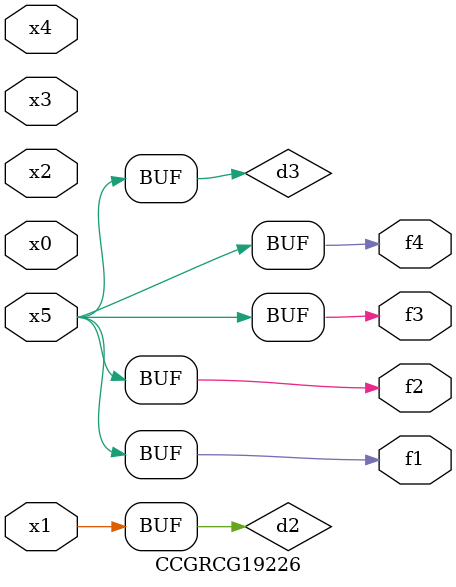
<source format=v>
module CCGRCG19226(
	input x0, x1, x2, x3, x4, x5,
	output f1, f2, f3, f4
);

	wire d1, d2, d3;

	not (d1, x5);
	or (d2, x1);
	xnor (d3, d1);
	assign f1 = d3;
	assign f2 = d3;
	assign f3 = d3;
	assign f4 = d3;
endmodule

</source>
